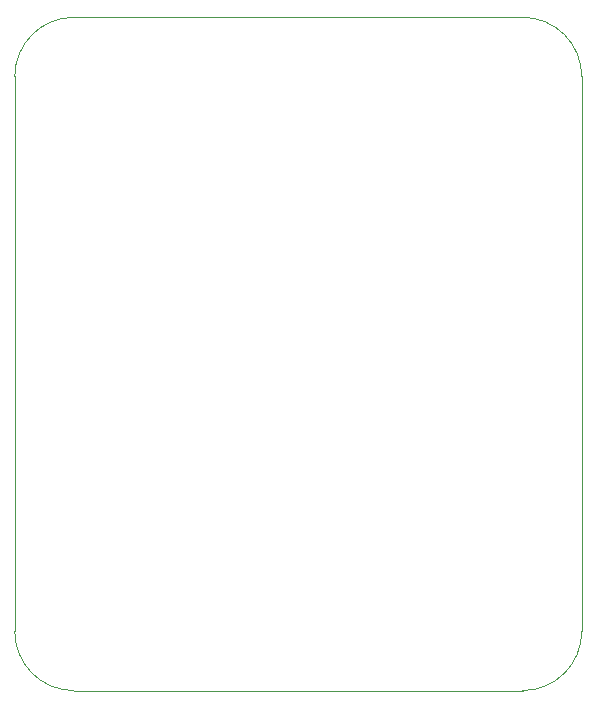
<source format=gbr>
%TF.GenerationSoftware,KiCad,Pcbnew,(6.0.11-0)*%
%TF.CreationDate,2023-05-30T14:23:44-05:00*%
%TF.ProjectId,HoneywellStringLightsController,486f6e65-7977-4656-9c6c-537472696e67,rev?*%
%TF.SameCoordinates,Original*%
%TF.FileFunction,Profile,NP*%
%FSLAX46Y46*%
G04 Gerber Fmt 4.6, Leading zero omitted, Abs format (unit mm)*
G04 Created by KiCad (PCBNEW (6.0.11-0)) date 2023-05-30 14:23:44*
%MOMM*%
%LPD*%
G01*
G04 APERTURE LIST*
%TA.AperFunction,Profile*%
%ADD10C,0.100000*%
%TD*%
G04 APERTURE END LIST*
D10*
X148000000Y-75000000D02*
G75*
G03*
X143000000Y-70000000I-5000000J0D01*
G01*
X105000000Y-127000000D02*
X143000000Y-127000000D01*
X148000000Y-122000000D02*
X148000000Y-75000000D01*
X100000000Y-122000000D02*
G75*
G03*
X105000000Y-127000000I5000000J0D01*
G01*
X143000000Y-70000000D02*
X105000000Y-70000000D01*
X143000000Y-127000000D02*
G75*
G03*
X148000000Y-122000000I0J5000000D01*
G01*
X105000000Y-70000000D02*
G75*
G03*
X100000000Y-75000000I0J-5000000D01*
G01*
X100000000Y-75000000D02*
X100000000Y-122000000D01*
M02*

</source>
